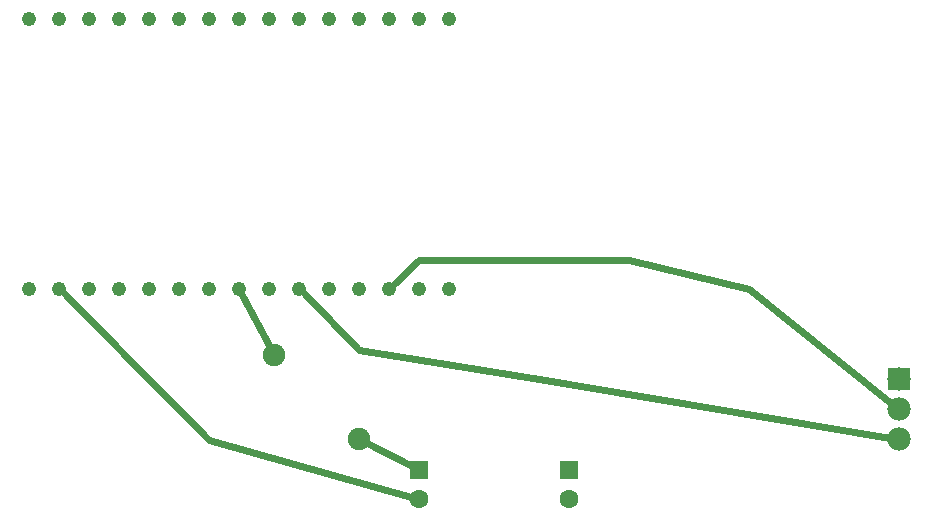
<source format=gtl>
G04 MADE WITH FRITZING*
G04 WWW.FRITZING.ORG*
G04 DOUBLE SIDED*
G04 HOLES PLATED*
G04 CONTOUR ON CENTER OF CONTOUR VECTOR*
%ASAXBY*%
%FSLAX23Y23*%
%MOIN*%
%OFA0B0*%
%SFA1.0B1.0*%
%ADD10C,0.047859*%
%ADD11C,0.062992*%
%ADD12C,0.075000*%
%ADD13C,0.078000*%
%ADD14R,0.062992X0.062992*%
%ADD15R,0.078000X0.078000*%
%ADD16C,0.024000*%
%LNCOPPER1*%
G90*
G70*
G54D10*
X1478Y2099D03*
X1677Y2996D03*
X1578Y2996D03*
X1478Y2996D03*
X1378Y2996D03*
X1278Y2996D03*
X1578Y2099D03*
X1677Y2099D03*
X1378Y2099D03*
X1178Y2996D03*
X1078Y2996D03*
X978Y2996D03*
X879Y2996D03*
X779Y2996D03*
X679Y2996D03*
X579Y2996D03*
X479Y2996D03*
X379Y2996D03*
X280Y2996D03*
X978Y2099D03*
X879Y2099D03*
X779Y2099D03*
X679Y2099D03*
X579Y2099D03*
X479Y2099D03*
X379Y2099D03*
X280Y2099D03*
X1278Y2099D03*
X1178Y2099D03*
X1078Y2099D03*
G54D11*
X2078Y1495D03*
X2078Y1397D03*
X1578Y1495D03*
X1578Y1397D03*
G54D12*
X1095Y1879D03*
X1378Y1596D03*
G54D13*
X3178Y1596D03*
X3178Y1697D03*
X3178Y1797D03*
G54D14*
X2078Y1495D03*
X1578Y1495D03*
G54D15*
X3179Y1796D03*
G54D16*
X989Y2079D02*
X1082Y1905D01*
D02*
X1404Y1584D02*
X1554Y1507D01*
D02*
X1494Y2115D02*
X1577Y2195D01*
D02*
X1577Y2195D02*
X2280Y2195D01*
D02*
X2679Y2096D02*
X3155Y1715D01*
D02*
X2280Y2195D02*
X2679Y2096D01*
D02*
X395Y2083D02*
X578Y1896D01*
D02*
X877Y1594D02*
X1552Y1404D01*
D02*
X578Y1896D02*
X877Y1594D01*
D02*
X3149Y1601D02*
X1980Y1796D01*
D02*
X1980Y1796D02*
X1379Y1895D01*
D02*
X1379Y1895D02*
X1194Y2083D01*
G04 End of Copper1*
M02*
</source>
